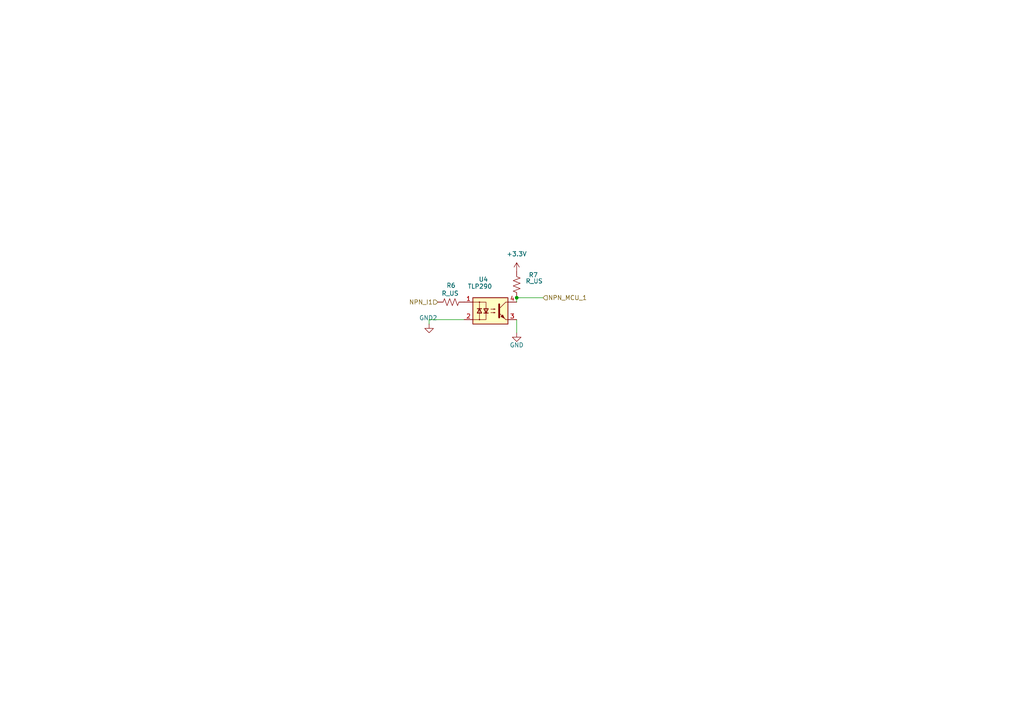
<source format=kicad_sch>
(kicad_sch (version 20250114) (generator "eeschema") (generator_version "9.0")
  (paper "A4")
  (lib_symbols
    (symbol "Device:R_US" (pin_numbers (hide yes)) (pin_names (offset 0))
      (property "Reference" "R" (at 2.54 0 90))
      (property "Value" "R_US" (at -2.54 0 90))
      (symbol "R_US_0_1"
        (polyline (pts (xy 0 2.286) (xy 0 2.54)))
        (polyline (pts (xy 0 2.286) (xy 1.016 1.905) (xy 0 1.524) (xy -1.016 1.143) (xy 0 0.762)))
        (polyline (pts (xy 0 0.762) (xy 1.016 0.381) (xy 0 0) (xy -1.016 -0.381) (xy 0 -0.762)))
        (polyline (pts (xy 0 -0.762) (xy 1.016 -1.143) (xy 0 -1.524) (xy -1.016 -1.905) (xy 0 -2.286)))
        (polyline (pts (xy 0 -2.286) (xy 0 -2.54)))
      )
      (symbol "R_US_1_1"
        (pin passive line (at 0 3.81 270) (length 1.27) (name "~") (number "1"))
        (pin passive line (at 0 -3.81 90) (length 1.27) (name "~") (number "2"))
      )
    )
    (symbol "Isolator:TLP290" (pin_names (offset 1.016))
      (property "Reference" "U" (at -5.08 5.08 0))
      (property "Value" "TLP290" (at 0 5.08 0))
      (symbol "TLP290_0_1"
        (rectangle (start -5.08 3.81) (end 5.08 -3.81) (stroke (width 0.254)) (fill (type background)))
        (polyline (pts (xy -5.08 2.54) (xy -1.27 2.54) (xy -1.27 -0.635)))
        (polyline (pts (xy -3.81 0.635) (xy -2.54 0.635)) (stroke (width 0.254)))
        (circle (center -3.175 2.54) (radius 0.127))
        (polyline (pts (xy -3.175 0.635) (xy -3.81 -0.635) (xy -2.54 -0.635) (xy -3.175 0.635)) (stroke (width 0.254)))
        (polyline (pts (xy -3.175 -0.635) (xy -3.175 2.54)))
        (polyline (pts (xy -3.175 -0.635) (xy -3.175 -2.54)))
        (circle (center -3.175 -2.54) (radius 0.127))
        (polyline (pts (xy -1.905 -0.635) (xy -0.635 -0.635)) (stroke (width 0.254)))
        (polyline (pts (xy -1.27 -0.635) (xy -1.27 -2.54) (xy -5.08 -2.54)))
        (polyline (pts (xy -1.27 -0.635) (xy -1.905 0.635) (xy -0.635 0.635) (xy -1.27 -0.635)) (stroke (width 0.254)))
        (polyline (pts (xy 0.127 0.508) (xy 1.397 0.508) (xy 1.016 0.381) (xy 1.016 0.635) (xy 1.397 0.508)))
        (polyline (pts (xy 0.127 -0.508) (xy 1.397 -0.508) (xy 1.016 -0.635) (xy 1.016 -0.381) (xy 1.397 -0.508)))
        (polyline (pts (xy 2.54 1.905) (xy 2.54 -1.905)) (stroke (width 0.508)))
        (polyline (pts (xy 2.54 0.635) (xy 4.445 2.54)))
        (polyline (pts (xy 3.048 -1.651) (xy 3.556 -1.143) (xy 4.064 -2.159) (xy 3.048 -1.651)) (fill (type outline)))
        (polyline (pts (xy 4.445 2.54) (xy 5.08 2.54)))
        (polyline (pts (xy 4.445 -2.54) (xy 2.54 -0.635)) (fill (type outline)))
        (polyline (pts (xy 4.445 -2.54) (xy 5.08 -2.54)))
      )
      (symbol "TLP290_1_1"
        (pin passive line (at -7.62 2.54 0) (length 2.54) (name "~") (number "1"))
        (pin passive line (at -7.62 -2.54 0) (length 2.54) (name "~") (number "2"))
        (pin passive line (at 7.62 2.54 180) (length 2.54) (name "~") (number "4"))
        (pin passive line (at 7.62 -2.54 180) (length 2.54) (name "~") (number "3"))
      )
    )
    (symbol "power:+3.3V" (power) (pin_numbers (hide yes)) (pin_names (offset 0) (hide yes))
      (property "Value" "+3.3V" (at 0 3.556 0))
      (symbol "+3.3V_0_1"
        (polyline (pts (xy -0.762 1.27) (xy 0 2.54)))
        (polyline (pts (xy 0 2.54) (xy 0.762 1.27)))
        (polyline (pts (xy 0 0) (xy 0 2.54)))
      )
      (symbol "+3.3V_1_1"
        (pin power_in line (at 0 0 90) (length 0) (name "~") (number "1"))
      )
    )
    (symbol "power:GND1" (power) (pin_numbers (hide yes)) (pin_names (offset 0) (hide yes))
      (property "Value" "GND1" (at 0 -3.81 0))
      (symbol "GND1_0_1"
        (polyline (pts (xy 0 0) (xy 0 -1.27) (xy 1.27 -1.27) (xy 0 -2.54) (xy -1.27 -1.27) (xy 0 -1.27)))
      )
      (symbol "GND1_1_1"
        (pin power_in line (at 0 0 270) (length 0) (name "~") (number "1"))
      )
    )
  )
  (junction (at 149.86 86.36))
  (wire (pts (xy 149.86 96.52) (xy 149.86 92.71)))
  (wire (pts (xy 149.86 86.36) (xy 149.86 87.63)))
  (wire (pts (xy 124.46 92.71) (xy 124.46 93.98)))
  (wire (pts (xy 134.62 92.71) (xy 124.46 92.71)))
  (wire (pts (xy 157.48 86.36) (xy 149.86 86.36)))
  (hierarchical_label "NPN_I1" (shape input) (at 127 87.63 180))
  (hierarchical_label "NPN_MCU_1" (shape input) (at 157.48 86.36 0))
  (symbol (lib_id "power:+3.3V") (at 149.86 78.74 0) (unit 1)
    (property "Reference" "#PWR018" (effects (hide yes)))
    (property "Value" "+3.3V" (at 149.86 73.66 0))
    (property "Description" "Power symbol creates a global label with name \"+3.3V\"" (effects (hide yes)))
    (instances (project "(PLC4uni)" (path "" (reference "#PWR016") (unit 1)) (path "" (reference "#PWR022") (unit 1)) (path "" (reference "#PWR018") (unit 1)) (path "" (reference "#PWR020") (unit 1))))
  )
  (symbol (lib_id "Isolator:TLP290") (at 142.24 90.17 0) (unit 1)
    (property "Reference" "U5" (at 140.208 81.026 0))
    (property "Value" "TLP290" (at 139.192 83.058 0))
    (property "Footprint" "Package_SO:SOP-4_4.4x2.6mm_P1.27mm" (effects (hide yes)))
    (property "Datasheet" "https://toshiba.semicon-storage.com/info/docget.jsp?did=12882&prodName=TLP290" (effects (hide yes)))
    (property "Description" "AC/DC Phototransistor Optocoupler, Vce 80V, CTR 50-600%, not recommended for new designs, SOP4" (effects (hide yes)))
    (instances (project "(PLC4uni)" (path "" (reference "U4") (unit 1)) (path "" (reference "U7") (unit 1)) (path "" (reference "U5") (unit 1)) (path "" (reference "U6") (unit 1))))
  )
  (symbol (lib_id "Device:R_US") (at 130.81 87.63 90) (unit 1)
    (property "Reference" "R8" (at 130.81 82.804 90))
    (property "Value" "R_US" (at 130.556 85.09 90))
    (property "Footprint" "Resistor_SMD:R_0201_0603Metric" (effects (hide yes)))
    (property "Description" "Resistor, US symbol" (effects (hide yes)))
    (instances (project "(PLC4uni)" (path "" (reference "R6") (unit 1)) (path "" (reference "R12") (unit 1)) (path "" (reference "R8") (unit 1)) (path "" (reference "R10") (unit 1))))
  )
  (symbol (lib_id "power:GND1") (at 149.86 96.52 0) (mirror y) (unit 1)
    (property "Reference" "#PWR019" (effects (hide yes)))
    (property "Value" "GND" (at 149.86 100.076 0))
    (property "Description" "Power symbol creates a global label with name \"GND1\" , ground" (effects (hide yes)))
    (instances (project "(PLC4uni)" (path "" (reference "#PWR017") (unit 1)) (path "" (reference "#PWR023") (unit 1)) (path "" (reference "#PWR019") (unit 1)) (path "" (reference "#PWR021") (unit 1))))
  )
  (symbol (lib_id "Device:R_US") (at 149.86 82.55 0) (unit 1)
    (property "Reference" "R9" (at 154.686 79.756 0))
    (property "Value" "R_US" (at 154.94 81.534 0))
    (property "Footprint" "Resistor_SMD:R_0201_0603Metric" (effects (hide yes)))
    (property "Description" "Resistor, US symbol" (effects (hide yes)))
    (instances (project "(PLC4uni)" (path "" (reference "R7") (unit 1)) (path "" (reference "R13") (unit 1)) (path "" (reference "R9") (unit 1)) (path "" (reference "R11") (unit 1))))
  )
  (symbol (lib_id "power:GND1") (at 124.46 93.98 0) (mirror y) (unit 1)
    (property "Reference" "#PWR03" (effects (hide yes)))
    (property "Value" "GND2" (at 124.206 92.202 0))
    (property "Description" "Power symbol creates a global label with name \"GND1\" , ground" (effects (hide yes)))
    (instances (project "(PLC4uni)" (path "" (reference "#PWR05") (unit 1)) (path "" (reference "#PWR024") (unit 1)) (path "" (reference "#PWR03") (unit 1)) (path "" (reference "#PWR06") (unit 1))))
  )
)
</source>
